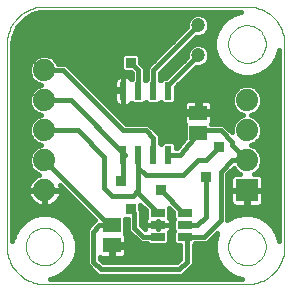
<source format=gtl>
G75*
G70*
%OFA0B0*%
%FSLAX24Y24*%
%IPPOS*%
%LPD*%
%AMOC8*
5,1,8,0,0,1.08239X$1,22.5*
%
%ADD10C,0.0000*%
%ADD11R,0.0740X0.0740*%
%ADD12C,0.0740*%
%ADD13R,0.0500X0.0250*%
%ADD14R,0.0236X0.0610*%
%ADD15C,0.0472*%
%ADD16R,0.0591X0.0512*%
%ADD17C,0.0160*%
%ADD18R,0.0356X0.0356*%
D10*
X000680Y001930D02*
X000680Y008680D01*
X000682Y008748D01*
X000687Y008815D01*
X000696Y008882D01*
X000709Y008949D01*
X000726Y009014D01*
X000745Y009079D01*
X000769Y009143D01*
X000796Y009205D01*
X000826Y009266D01*
X000859Y009324D01*
X000895Y009381D01*
X000935Y009436D01*
X000977Y009489D01*
X001023Y009540D01*
X001070Y009587D01*
X001121Y009633D01*
X001174Y009675D01*
X001229Y009715D01*
X001286Y009751D01*
X001344Y009784D01*
X001405Y009814D01*
X001467Y009841D01*
X001531Y009865D01*
X001596Y009884D01*
X001661Y009901D01*
X001728Y009914D01*
X001795Y009923D01*
X001862Y009928D01*
X001930Y009930D01*
X008680Y009930D01*
X008748Y009928D01*
X008815Y009923D01*
X008882Y009914D01*
X008949Y009901D01*
X009014Y009884D01*
X009079Y009865D01*
X009143Y009841D01*
X009205Y009814D01*
X009266Y009784D01*
X009324Y009751D01*
X009381Y009715D01*
X009436Y009675D01*
X009489Y009633D01*
X009540Y009587D01*
X009587Y009540D01*
X009633Y009489D01*
X009675Y009436D01*
X009715Y009381D01*
X009751Y009324D01*
X009784Y009266D01*
X009814Y009205D01*
X009841Y009143D01*
X009865Y009079D01*
X009884Y009014D01*
X009901Y008949D01*
X009914Y008882D01*
X009923Y008815D01*
X009928Y008748D01*
X009930Y008680D01*
X009930Y001930D01*
X009928Y001862D01*
X009923Y001795D01*
X009914Y001728D01*
X009901Y001661D01*
X009884Y001596D01*
X009865Y001531D01*
X009841Y001467D01*
X009814Y001405D01*
X009784Y001344D01*
X009751Y001286D01*
X009715Y001229D01*
X009675Y001174D01*
X009633Y001121D01*
X009587Y001070D01*
X009540Y001023D01*
X009489Y000977D01*
X009436Y000935D01*
X009381Y000895D01*
X009324Y000859D01*
X009266Y000826D01*
X009205Y000796D01*
X009143Y000769D01*
X009079Y000745D01*
X009014Y000726D01*
X008949Y000709D01*
X008882Y000696D01*
X008815Y000687D01*
X008748Y000682D01*
X008680Y000680D01*
X001930Y000680D01*
X001862Y000682D01*
X001795Y000687D01*
X001728Y000696D01*
X001661Y000709D01*
X001596Y000726D01*
X001531Y000745D01*
X001467Y000769D01*
X001405Y000796D01*
X001344Y000826D01*
X001286Y000859D01*
X001229Y000895D01*
X001174Y000935D01*
X001121Y000977D01*
X001070Y001023D01*
X001023Y001070D01*
X000977Y001121D01*
X000935Y001174D01*
X000895Y001229D01*
X000859Y001286D01*
X000826Y001344D01*
X000796Y001405D01*
X000769Y001467D01*
X000745Y001531D01*
X000726Y001596D01*
X000709Y001661D01*
X000696Y001728D01*
X000687Y001795D01*
X000682Y001862D01*
X000680Y001930D01*
X001305Y001930D02*
X001307Y001980D01*
X001313Y002029D01*
X001323Y002078D01*
X001336Y002125D01*
X001354Y002172D01*
X001375Y002217D01*
X001399Y002260D01*
X001427Y002301D01*
X001458Y002340D01*
X001492Y002376D01*
X001529Y002410D01*
X001569Y002440D01*
X001610Y002467D01*
X001654Y002491D01*
X001699Y002511D01*
X001746Y002527D01*
X001794Y002540D01*
X001843Y002549D01*
X001893Y002554D01*
X001942Y002555D01*
X001992Y002552D01*
X002041Y002545D01*
X002090Y002534D01*
X002137Y002520D01*
X002183Y002501D01*
X002228Y002479D01*
X002271Y002454D01*
X002311Y002425D01*
X002349Y002393D01*
X002385Y002359D01*
X002418Y002321D01*
X002447Y002281D01*
X002473Y002239D01*
X002496Y002195D01*
X002515Y002149D01*
X002531Y002102D01*
X002543Y002053D01*
X002551Y002004D01*
X002555Y001955D01*
X002555Y001905D01*
X002551Y001856D01*
X002543Y001807D01*
X002531Y001758D01*
X002515Y001711D01*
X002496Y001665D01*
X002473Y001621D01*
X002447Y001579D01*
X002418Y001539D01*
X002385Y001501D01*
X002349Y001467D01*
X002311Y001435D01*
X002271Y001406D01*
X002228Y001381D01*
X002183Y001359D01*
X002137Y001340D01*
X002090Y001326D01*
X002041Y001315D01*
X001992Y001308D01*
X001942Y001305D01*
X001893Y001306D01*
X001843Y001311D01*
X001794Y001320D01*
X001746Y001333D01*
X001699Y001349D01*
X001654Y001369D01*
X001610Y001393D01*
X001569Y001420D01*
X001529Y001450D01*
X001492Y001484D01*
X001458Y001520D01*
X001427Y001559D01*
X001399Y001600D01*
X001375Y001643D01*
X001354Y001688D01*
X001336Y001735D01*
X001323Y001782D01*
X001313Y001831D01*
X001307Y001880D01*
X001305Y001930D01*
X008055Y001930D02*
X008057Y001980D01*
X008063Y002029D01*
X008073Y002078D01*
X008086Y002125D01*
X008104Y002172D01*
X008125Y002217D01*
X008149Y002260D01*
X008177Y002301D01*
X008208Y002340D01*
X008242Y002376D01*
X008279Y002410D01*
X008319Y002440D01*
X008360Y002467D01*
X008404Y002491D01*
X008449Y002511D01*
X008496Y002527D01*
X008544Y002540D01*
X008593Y002549D01*
X008643Y002554D01*
X008692Y002555D01*
X008742Y002552D01*
X008791Y002545D01*
X008840Y002534D01*
X008887Y002520D01*
X008933Y002501D01*
X008978Y002479D01*
X009021Y002454D01*
X009061Y002425D01*
X009099Y002393D01*
X009135Y002359D01*
X009168Y002321D01*
X009197Y002281D01*
X009223Y002239D01*
X009246Y002195D01*
X009265Y002149D01*
X009281Y002102D01*
X009293Y002053D01*
X009301Y002004D01*
X009305Y001955D01*
X009305Y001905D01*
X009301Y001856D01*
X009293Y001807D01*
X009281Y001758D01*
X009265Y001711D01*
X009246Y001665D01*
X009223Y001621D01*
X009197Y001579D01*
X009168Y001539D01*
X009135Y001501D01*
X009099Y001467D01*
X009061Y001435D01*
X009021Y001406D01*
X008978Y001381D01*
X008933Y001359D01*
X008887Y001340D01*
X008840Y001326D01*
X008791Y001315D01*
X008742Y001308D01*
X008692Y001305D01*
X008643Y001306D01*
X008593Y001311D01*
X008544Y001320D01*
X008496Y001333D01*
X008449Y001349D01*
X008404Y001369D01*
X008360Y001393D01*
X008319Y001420D01*
X008279Y001450D01*
X008242Y001484D01*
X008208Y001520D01*
X008177Y001559D01*
X008149Y001600D01*
X008125Y001643D01*
X008104Y001688D01*
X008086Y001735D01*
X008073Y001782D01*
X008063Y001831D01*
X008057Y001880D01*
X008055Y001930D01*
X008055Y008680D02*
X008057Y008730D01*
X008063Y008779D01*
X008073Y008828D01*
X008086Y008875D01*
X008104Y008922D01*
X008125Y008967D01*
X008149Y009010D01*
X008177Y009051D01*
X008208Y009090D01*
X008242Y009126D01*
X008279Y009160D01*
X008319Y009190D01*
X008360Y009217D01*
X008404Y009241D01*
X008449Y009261D01*
X008496Y009277D01*
X008544Y009290D01*
X008593Y009299D01*
X008643Y009304D01*
X008692Y009305D01*
X008742Y009302D01*
X008791Y009295D01*
X008840Y009284D01*
X008887Y009270D01*
X008933Y009251D01*
X008978Y009229D01*
X009021Y009204D01*
X009061Y009175D01*
X009099Y009143D01*
X009135Y009109D01*
X009168Y009071D01*
X009197Y009031D01*
X009223Y008989D01*
X009246Y008945D01*
X009265Y008899D01*
X009281Y008852D01*
X009293Y008803D01*
X009301Y008754D01*
X009305Y008705D01*
X009305Y008655D01*
X009301Y008606D01*
X009293Y008557D01*
X009281Y008508D01*
X009265Y008461D01*
X009246Y008415D01*
X009223Y008371D01*
X009197Y008329D01*
X009168Y008289D01*
X009135Y008251D01*
X009099Y008217D01*
X009061Y008185D01*
X009021Y008156D01*
X008978Y008131D01*
X008933Y008109D01*
X008887Y008090D01*
X008840Y008076D01*
X008791Y008065D01*
X008742Y008058D01*
X008692Y008055D01*
X008643Y008056D01*
X008593Y008061D01*
X008544Y008070D01*
X008496Y008083D01*
X008449Y008099D01*
X008404Y008119D01*
X008360Y008143D01*
X008319Y008170D01*
X008279Y008200D01*
X008242Y008234D01*
X008208Y008270D01*
X008177Y008309D01*
X008149Y008350D01*
X008125Y008393D01*
X008104Y008438D01*
X008086Y008485D01*
X008073Y008532D01*
X008063Y008581D01*
X008057Y008630D01*
X008055Y008680D01*
D11*
X008680Y003805D03*
D12*
X008680Y004805D03*
X008680Y005805D03*
X008680Y006805D03*
X001930Y006805D03*
X001930Y007805D03*
X001930Y005805D03*
X001930Y004805D03*
X001930Y003805D03*
D13*
X005705Y003055D03*
X005705Y002655D03*
X005705Y002255D03*
X006605Y002255D03*
X006605Y002655D03*
X006605Y003055D03*
D14*
X006055Y004988D03*
X005555Y004988D03*
X005055Y004988D03*
X004555Y004988D03*
X004555Y007114D03*
X005055Y007114D03*
X005555Y007114D03*
X006055Y007114D03*
D15*
X007055Y008305D03*
X007055Y009305D03*
D16*
X007055Y006390D03*
X007055Y005720D03*
X004180Y002640D03*
X004180Y001970D03*
D17*
X004228Y001948D02*
X006460Y001948D01*
X006460Y001990D02*
X006460Y001521D01*
X006339Y001400D01*
X003896Y001400D01*
X003775Y001521D01*
X003775Y001570D01*
X003815Y001547D01*
X003861Y001534D01*
X004132Y001534D01*
X004132Y001922D01*
X004228Y001922D01*
X004228Y001534D01*
X004499Y001534D01*
X004545Y001547D01*
X004586Y001570D01*
X004619Y001604D01*
X004643Y001645D01*
X004655Y001691D01*
X004655Y001922D01*
X004228Y001922D01*
X004228Y002018D01*
X004655Y002018D01*
X004655Y002250D01*
X004643Y002296D01*
X004619Y002337D01*
X004615Y002341D01*
X004615Y002862D01*
X004710Y002862D01*
X004710Y002464D01*
X005139Y002035D01*
X005352Y002035D01*
X005397Y001990D01*
X006013Y001990D01*
X006095Y002072D01*
X006095Y002415D01*
X006099Y002419D01*
X006123Y002461D01*
X006135Y002506D01*
X006135Y002655D01*
X006135Y002804D01*
X006123Y002849D01*
X006099Y002891D01*
X006095Y002895D01*
X006095Y003204D01*
X006215Y003084D01*
X006215Y002872D01*
X006232Y002855D01*
X006215Y002838D01*
X006215Y002472D01*
X006232Y002455D01*
X006215Y002438D01*
X006215Y002072D01*
X006297Y001990D01*
X006460Y001990D01*
X006460Y001790D02*
X004655Y001790D01*
X004635Y001631D02*
X006460Y001631D01*
X006411Y001473D02*
X003824Y001473D01*
X003555Y001430D02*
X003805Y001180D01*
X006430Y001180D01*
X006680Y001430D01*
X006680Y002180D01*
X006605Y002255D01*
X007255Y002255D01*
X007805Y002805D01*
X007805Y004430D01*
X008180Y004805D01*
X008680Y004805D01*
X008180Y005305D01*
X008180Y005430D01*
X007805Y005805D01*
X007140Y005805D01*
X007055Y005720D01*
X006970Y005595D01*
X007055Y005680D01*
X007055Y005720D02*
X006448Y004988D01*
X006055Y004988D01*
X006313Y005208D02*
X006313Y005351D01*
X006231Y005433D01*
X005879Y005433D01*
X005805Y005359D01*
X005775Y005389D01*
X005775Y005646D01*
X005646Y005775D01*
X005396Y006025D01*
X005214Y006025D01*
X004646Y006025D01*
X002646Y008025D01*
X002391Y008025D01*
X002362Y008094D01*
X002219Y008237D01*
X002031Y008315D01*
X001829Y008315D01*
X001641Y008237D01*
X001498Y008094D01*
X001420Y007906D01*
X001420Y007704D01*
X001498Y007516D01*
X001641Y007373D01*
X001804Y007305D01*
X001641Y007237D01*
X001498Y007094D01*
X001420Y006906D01*
X001420Y006704D01*
X001498Y006516D01*
X001641Y006373D01*
X001804Y006305D01*
X001641Y006237D01*
X001498Y006094D01*
X001420Y005906D01*
X001420Y005704D01*
X001498Y005516D01*
X001641Y005373D01*
X001804Y005305D01*
X001641Y005237D01*
X001498Y005094D01*
X001420Y004906D01*
X001420Y004704D01*
X001498Y004516D01*
X001641Y004373D01*
X001754Y004326D01*
X001719Y004315D01*
X001642Y004275D01*
X001572Y004225D01*
X001510Y004163D01*
X001460Y004093D01*
X001420Y004016D01*
X001394Y003934D01*
X001380Y003848D01*
X001380Y003825D01*
X001910Y003825D01*
X001910Y003785D01*
X001950Y003785D01*
X001950Y003825D01*
X002480Y003825D01*
X002480Y003848D01*
X002466Y003934D01*
X002455Y003969D01*
X003619Y002805D01*
X003464Y002650D01*
X003335Y002521D01*
X003335Y001339D01*
X003585Y001089D01*
X003714Y000960D01*
X006521Y000960D01*
X006771Y001210D01*
X006900Y001339D01*
X006900Y001990D01*
X006913Y001990D01*
X006958Y002035D01*
X007346Y002035D01*
X007695Y002384D01*
X007674Y002347D01*
X007600Y002072D01*
X007600Y001788D01*
X007674Y001513D01*
X007816Y001267D01*
X008017Y001066D01*
X008263Y000924D01*
X008500Y000860D01*
X002109Y000860D01*
X002347Y000924D01*
X002593Y001066D01*
X002794Y001267D01*
X002936Y001513D01*
X003010Y001788D01*
X003010Y002072D01*
X002936Y002347D01*
X002794Y002593D01*
X002593Y002794D01*
X002347Y002936D01*
X002072Y003010D01*
X001788Y003010D01*
X001513Y002936D01*
X001267Y002794D01*
X001066Y002593D01*
X000924Y002347D01*
X000860Y002109D01*
X000860Y008680D01*
X000869Y008820D01*
X000941Y009089D01*
X001081Y009331D01*
X001279Y009529D01*
X001521Y009669D01*
X001790Y009741D01*
X001930Y009750D01*
X008470Y009750D01*
X008260Y009694D01*
X008012Y009550D01*
X007810Y009348D01*
X007666Y009100D01*
X007592Y008823D01*
X007592Y008537D01*
X007666Y008260D01*
X007810Y008012D01*
X008012Y007810D01*
X008260Y007666D01*
X008537Y007592D01*
X008823Y007592D01*
X009100Y007666D01*
X009348Y007810D01*
X009550Y008012D01*
X009694Y008260D01*
X009750Y008470D01*
X009750Y002109D01*
X009686Y002347D01*
X009544Y002593D01*
X009343Y002794D01*
X009097Y002936D01*
X008822Y003010D01*
X008538Y003010D01*
X008263Y002936D01*
X008025Y002799D01*
X008025Y004339D01*
X008234Y004548D01*
X008248Y004516D01*
X008391Y004373D01*
X008434Y004355D01*
X008286Y004355D01*
X008241Y004343D01*
X008199Y004319D01*
X008166Y004286D01*
X008142Y004244D01*
X008130Y004199D01*
X008130Y003825D01*
X008660Y003825D01*
X008660Y003785D01*
X008700Y003785D01*
X008700Y003825D01*
X009230Y003825D01*
X009230Y004199D01*
X009218Y004244D01*
X009194Y004286D01*
X009161Y004319D01*
X009119Y004343D01*
X009074Y004355D01*
X008926Y004355D01*
X008969Y004373D01*
X009112Y004516D01*
X009190Y004704D01*
X009190Y004906D01*
X009112Y005094D01*
X008969Y005237D01*
X008806Y005305D01*
X008969Y005373D01*
X009112Y005516D01*
X009190Y005704D01*
X009190Y005906D01*
X009112Y006094D01*
X008969Y006237D01*
X008806Y006305D01*
X008969Y006373D01*
X009112Y006516D01*
X009190Y006704D01*
X009190Y006906D01*
X009112Y007094D01*
X008969Y007237D01*
X008781Y007315D01*
X008579Y007315D01*
X008391Y007237D01*
X008248Y007094D01*
X008170Y006906D01*
X008170Y006704D01*
X008248Y006516D01*
X008391Y006373D01*
X008554Y006305D01*
X008391Y006237D01*
X008248Y006094D01*
X008170Y005906D01*
X008170Y005751D01*
X008025Y005896D01*
X007896Y006025D01*
X007495Y006025D01*
X007518Y006064D01*
X007530Y006110D01*
X007530Y006342D01*
X007103Y006342D01*
X007103Y006438D01*
X007007Y006438D01*
X007007Y006826D01*
X006736Y006826D01*
X006690Y006813D01*
X006649Y006790D01*
X006616Y006756D01*
X006592Y006715D01*
X006580Y006669D01*
X006580Y006438D01*
X007007Y006438D01*
X007007Y006342D01*
X006580Y006342D01*
X006580Y006110D01*
X006592Y006064D01*
X006616Y006023D01*
X006620Y006019D01*
X006620Y005540D01*
X006344Y005208D01*
X006313Y005208D01*
X006313Y005277D02*
X006401Y005277D01*
X006533Y005435D02*
X005775Y005435D01*
X005775Y005594D02*
X006620Y005594D01*
X006620Y005752D02*
X005669Y005752D01*
X005511Y005911D02*
X006620Y005911D01*
X006591Y006069D02*
X004602Y006069D01*
X004444Y006228D02*
X006580Y006228D01*
X006580Y006545D02*
X004127Y006545D01*
X003968Y006703D02*
X004290Y006703D01*
X004293Y006698D02*
X004326Y006665D01*
X004367Y006641D01*
X004413Y006629D01*
X004555Y006629D01*
X004697Y006629D01*
X004743Y006641D01*
X004784Y006665D01*
X004817Y006698D01*
X004829Y006719D01*
X004879Y006669D01*
X005231Y006669D01*
X005305Y006743D01*
X005379Y006669D01*
X005731Y006669D01*
X005805Y006743D01*
X005879Y006669D01*
X006231Y006669D01*
X006313Y006751D01*
X006313Y007252D01*
X006990Y007929D01*
X007130Y007929D01*
X007268Y007986D01*
X007374Y008092D01*
X007431Y008230D01*
X007431Y008380D01*
X007374Y008518D01*
X007268Y008624D01*
X007130Y008681D01*
X006980Y008681D01*
X006842Y008624D01*
X006736Y008518D01*
X006679Y008380D01*
X006679Y008240D01*
X005998Y007559D01*
X005879Y007559D01*
X005805Y007485D01*
X005775Y007515D01*
X005775Y007714D01*
X006990Y008929D01*
X007130Y008929D01*
X007268Y008986D01*
X007374Y009092D01*
X007431Y009230D01*
X007431Y009380D01*
X007374Y009518D01*
X007268Y009624D01*
X007130Y009681D01*
X006980Y009681D01*
X006842Y009624D01*
X006736Y009518D01*
X006679Y009380D01*
X006679Y009240D01*
X005464Y008025D01*
X005335Y007896D01*
X005335Y007515D01*
X005305Y007485D01*
X005275Y007515D01*
X005275Y007896D01*
X005123Y008048D01*
X005123Y008291D01*
X005041Y008373D01*
X004569Y008373D01*
X004487Y008291D01*
X004487Y007819D01*
X004569Y007737D01*
X004812Y007737D01*
X004835Y007714D01*
X004835Y007515D01*
X004829Y007509D01*
X004817Y007530D01*
X004784Y007563D01*
X004743Y007587D01*
X004697Y007599D01*
X004555Y007599D01*
X004413Y007599D01*
X004367Y007587D01*
X004326Y007563D01*
X004293Y007530D01*
X004269Y007489D01*
X004257Y007443D01*
X004257Y007114D01*
X004257Y006785D01*
X004269Y006739D01*
X004293Y006698D01*
X004257Y006862D02*
X003810Y006862D01*
X003651Y007020D02*
X004257Y007020D01*
X004257Y007114D02*
X004555Y007114D01*
X004555Y006629D01*
X004555Y007114D01*
X004555Y007114D01*
X004555Y007114D01*
X004496Y007180D01*
X003930Y007180D01*
X004257Y007179D02*
X003493Y007179D01*
X003334Y007337D02*
X004257Y007337D01*
X004273Y007496D02*
X003176Y007496D01*
X003017Y007654D02*
X004835Y007654D01*
X005055Y007805D02*
X004805Y008055D01*
X005055Y007805D02*
X005055Y007114D01*
X005295Y007496D02*
X005315Y007496D01*
X005335Y007654D02*
X005275Y007654D01*
X005275Y007813D02*
X005335Y007813D01*
X005410Y007971D02*
X005200Y007971D01*
X005123Y008130D02*
X005568Y008130D01*
X005727Y008288D02*
X005123Y008288D01*
X005555Y007805D02*
X005555Y007114D01*
X005795Y007496D02*
X005815Y007496D01*
X005775Y007654D02*
X006093Y007654D01*
X006251Y007813D02*
X005874Y007813D01*
X006032Y007971D02*
X006410Y007971D01*
X006568Y008130D02*
X006191Y008130D01*
X006349Y008288D02*
X006679Y008288D01*
X006706Y008447D02*
X006508Y008447D01*
X006666Y008605D02*
X006823Y008605D01*
X006825Y008764D02*
X007592Y008764D01*
X007592Y008605D02*
X007287Y008605D01*
X007404Y008447D02*
X007616Y008447D01*
X007659Y008288D02*
X007431Y008288D01*
X007390Y008130D02*
X007742Y008130D01*
X007851Y007971D02*
X007232Y007971D01*
X007055Y008305D02*
X006055Y007305D01*
X006055Y007114D01*
X006313Y007179D02*
X008332Y007179D01*
X008217Y007020D02*
X006313Y007020D01*
X006313Y006862D02*
X008170Y006862D01*
X008170Y006703D02*
X007521Y006703D01*
X007518Y006715D02*
X007494Y006756D01*
X007461Y006790D01*
X007420Y006813D01*
X007374Y006826D01*
X007103Y006826D01*
X007103Y006438D01*
X007530Y006438D01*
X007530Y006669D01*
X007518Y006715D01*
X007530Y006545D02*
X008236Y006545D01*
X008378Y006386D02*
X007103Y006386D01*
X007055Y006390D02*
X007055Y007305D01*
X006715Y007654D02*
X008306Y007654D01*
X008009Y007813D02*
X006874Y007813D01*
X006557Y007496D02*
X009750Y007496D01*
X009750Y007337D02*
X006398Y007337D01*
X006265Y006703D02*
X006589Y006703D01*
X007007Y006703D02*
X007103Y006703D01*
X007103Y006545D02*
X007007Y006545D01*
X007007Y006386D02*
X004285Y006386D01*
X004555Y006680D02*
X004555Y007114D01*
X004257Y007114D01*
X004555Y007114D02*
X004555Y007599D01*
X004555Y007114D01*
X004555Y007114D01*
X004555Y007179D02*
X004555Y007179D01*
X004555Y007020D02*
X004555Y007020D01*
X004555Y006862D02*
X004555Y006862D01*
X004555Y006703D02*
X004555Y006703D01*
X004555Y006680D02*
X004845Y006390D01*
X007055Y006390D01*
X007530Y006228D02*
X008381Y006228D01*
X008237Y006069D02*
X007519Y006069D01*
X008011Y005911D02*
X008172Y005911D01*
X008169Y005752D02*
X008170Y005752D01*
X007743Y005243D02*
X007305Y004805D01*
X007055Y004805D01*
X006555Y004305D01*
X005305Y004305D01*
X005055Y004555D01*
X005055Y004988D01*
X004622Y004988D02*
X004555Y004988D01*
X004555Y004243D01*
X004493Y004118D01*
X004180Y003618D02*
X004868Y003618D01*
X005055Y003805D01*
X005055Y003705D01*
X005705Y003055D01*
X005705Y002790D02*
X005705Y002655D01*
X006135Y002655D01*
X005705Y002655D01*
X005705Y002655D01*
X005705Y002655D01*
X005705Y002790D01*
X005705Y002790D01*
X005705Y002741D02*
X005705Y002741D01*
X005705Y002655D02*
X005705Y002655D01*
X005275Y002655D01*
X005275Y002804D01*
X005287Y002849D01*
X005311Y002891D01*
X005315Y002895D01*
X005315Y003134D01*
X005123Y003326D01*
X005123Y003173D01*
X005150Y003146D01*
X005150Y002964D01*
X005150Y002646D01*
X005275Y002521D01*
X005275Y002655D01*
X005705Y002655D01*
X005705Y002520D01*
X005705Y002520D01*
X005705Y002655D01*
X005705Y002655D01*
X005705Y002582D02*
X005705Y002582D01*
X005705Y002255D02*
X005230Y002255D01*
X004930Y002555D01*
X004930Y003055D01*
X004805Y003180D01*
X005123Y003216D02*
X005233Y003216D01*
X005150Y003058D02*
X005315Y003058D01*
X005315Y002899D02*
X005150Y002899D01*
X005150Y002741D02*
X005275Y002741D01*
X005275Y002582D02*
X005214Y002582D01*
X004909Y002265D02*
X004651Y002265D01*
X004615Y002424D02*
X004750Y002424D01*
X004710Y002582D02*
X004615Y002582D01*
X004615Y002741D02*
X004710Y002741D01*
X004180Y002640D02*
X003765Y002640D01*
X003555Y002430D01*
X003555Y001430D01*
X003335Y001473D02*
X002913Y001473D01*
X002821Y001314D02*
X003360Y001314D01*
X003518Y001156D02*
X002683Y001156D01*
X002474Y000997D02*
X003677Y000997D01*
X003335Y001631D02*
X002968Y001631D01*
X003010Y001790D02*
X003335Y001790D01*
X003335Y001948D02*
X003010Y001948D01*
X003001Y002107D02*
X003335Y002107D01*
X003335Y002265D02*
X002958Y002265D01*
X002892Y002424D02*
X003335Y002424D01*
X003396Y002582D02*
X002801Y002582D01*
X002647Y002741D02*
X003554Y002741D01*
X003525Y002899D02*
X002412Y002899D01*
X002141Y003295D02*
X002059Y003269D01*
X001973Y003255D01*
X001950Y003255D01*
X001950Y003785D01*
X002480Y003785D01*
X002480Y003762D01*
X002466Y003676D01*
X002440Y003594D01*
X002400Y003517D01*
X002350Y003447D01*
X002288Y003385D01*
X002218Y003335D01*
X002141Y003295D01*
X002273Y003375D02*
X003049Y003375D01*
X002891Y003533D02*
X002409Y003533D01*
X002469Y003692D02*
X002732Y003692D01*
X002574Y003850D02*
X002480Y003850D01*
X001950Y003692D02*
X001910Y003692D01*
X001910Y003785D02*
X001910Y003255D01*
X001887Y003255D01*
X001801Y003269D01*
X001719Y003295D01*
X001642Y003335D01*
X001572Y003385D01*
X001510Y003447D01*
X001460Y003517D01*
X001420Y003594D01*
X001394Y003676D01*
X001380Y003762D01*
X001380Y003785D01*
X001910Y003785D01*
X001910Y003533D02*
X001950Y003533D01*
X001950Y003375D02*
X001910Y003375D01*
X001587Y003375D02*
X000860Y003375D01*
X000860Y003216D02*
X003208Y003216D01*
X003366Y003058D02*
X000860Y003058D01*
X000860Y002899D02*
X001448Y002899D01*
X001213Y002741D02*
X000860Y002741D01*
X000860Y002582D02*
X001059Y002582D01*
X000968Y002424D02*
X000860Y002424D01*
X000860Y002265D02*
X000902Y002265D01*
X000860Y003533D02*
X001451Y003533D01*
X001391Y003692D02*
X000860Y003692D01*
X000860Y003850D02*
X001380Y003850D01*
X001418Y004009D02*
X000860Y004009D01*
X000860Y004167D02*
X001514Y004167D01*
X001752Y004326D02*
X000860Y004326D01*
X000860Y004484D02*
X001530Y004484D01*
X001445Y004643D02*
X000860Y004643D01*
X000860Y004801D02*
X001420Y004801D01*
X001442Y004960D02*
X000860Y004960D01*
X000860Y005118D02*
X001522Y005118D01*
X001736Y005277D02*
X000860Y005277D01*
X000860Y005435D02*
X001579Y005435D01*
X001466Y005594D02*
X000860Y005594D01*
X000860Y005752D02*
X001420Y005752D01*
X001422Y005911D02*
X000860Y005911D01*
X000860Y006069D02*
X001487Y006069D01*
X001631Y006228D02*
X000860Y006228D01*
X000860Y006386D02*
X001628Y006386D01*
X001486Y006545D02*
X000860Y006545D01*
X000860Y006703D02*
X001420Y006703D01*
X001420Y006862D02*
X000860Y006862D01*
X000860Y007020D02*
X001467Y007020D01*
X001582Y007179D02*
X000860Y007179D01*
X000860Y007337D02*
X001727Y007337D01*
X001518Y007496D02*
X000860Y007496D01*
X000860Y007654D02*
X001441Y007654D01*
X001420Y007813D02*
X000860Y007813D01*
X000860Y007971D02*
X001447Y007971D01*
X001533Y008130D02*
X000860Y008130D01*
X000860Y008288D02*
X001763Y008288D01*
X002097Y008288D02*
X004487Y008288D01*
X004487Y008130D02*
X002327Y008130D01*
X002555Y007805D02*
X001930Y007805D01*
X002555Y007805D02*
X004555Y005805D01*
X005305Y005805D01*
X005555Y005555D01*
X005555Y005055D01*
X005555Y004988D01*
X005055Y004555D02*
X005055Y003805D01*
X005805Y003805D02*
X006555Y003055D01*
X006605Y003055D01*
X006605Y002655D02*
X007030Y002655D01*
X007305Y002930D01*
X007305Y004243D01*
X008025Y004167D02*
X008130Y004167D01*
X008211Y004326D02*
X008025Y004326D01*
X008170Y004484D02*
X008280Y004484D01*
X008130Y004009D02*
X008025Y004009D01*
X008025Y003850D02*
X008130Y003850D01*
X008130Y003785D02*
X008130Y003411D01*
X008142Y003366D01*
X008166Y003324D01*
X008199Y003291D01*
X008241Y003267D01*
X008286Y003255D01*
X008660Y003255D01*
X008660Y003785D01*
X008130Y003785D01*
X008130Y003692D02*
X008025Y003692D01*
X008025Y003533D02*
X008130Y003533D01*
X008140Y003375D02*
X008025Y003375D01*
X008025Y003216D02*
X009750Y003216D01*
X009750Y003375D02*
X009220Y003375D01*
X009218Y003366D02*
X009230Y003411D01*
X009230Y003785D01*
X008700Y003785D01*
X008700Y003255D01*
X009074Y003255D01*
X009119Y003267D01*
X009161Y003291D01*
X009194Y003324D01*
X009218Y003366D01*
X009230Y003533D02*
X009750Y003533D01*
X009750Y003692D02*
X009230Y003692D01*
X009230Y003850D02*
X009750Y003850D01*
X009750Y004009D02*
X009230Y004009D01*
X009230Y004167D02*
X009750Y004167D01*
X009750Y004326D02*
X009149Y004326D01*
X009080Y004484D02*
X009750Y004484D01*
X009750Y004643D02*
X009165Y004643D01*
X009190Y004801D02*
X009750Y004801D01*
X009750Y004960D02*
X009168Y004960D01*
X009088Y005118D02*
X009750Y005118D01*
X009750Y005277D02*
X008874Y005277D01*
X009031Y005435D02*
X009750Y005435D01*
X009750Y005594D02*
X009144Y005594D01*
X009190Y005752D02*
X009750Y005752D01*
X009750Y005911D02*
X009188Y005911D01*
X009123Y006069D02*
X009750Y006069D01*
X009750Y006228D02*
X008979Y006228D01*
X008982Y006386D02*
X009750Y006386D01*
X009750Y006545D02*
X009124Y006545D01*
X009190Y006703D02*
X009750Y006703D01*
X009750Y006862D02*
X009190Y006862D01*
X009143Y007020D02*
X009750Y007020D01*
X009750Y007179D02*
X009028Y007179D01*
X009054Y007654D02*
X009750Y007654D01*
X009750Y007813D02*
X009351Y007813D01*
X009509Y007971D02*
X009750Y007971D01*
X009750Y008130D02*
X009618Y008130D01*
X009701Y008288D02*
X009750Y008288D01*
X009744Y008447D02*
X009750Y008447D01*
X008338Y009715D02*
X001692Y009715D01*
X001326Y009556D02*
X006774Y009556D01*
X006686Y009398D02*
X001147Y009398D01*
X001028Y009239D02*
X006678Y009239D01*
X006519Y009081D02*
X000939Y009081D01*
X000897Y008922D02*
X006361Y008922D01*
X006202Y008764D02*
X000865Y008764D01*
X000860Y008605D02*
X006044Y008605D01*
X005885Y008447D02*
X000860Y008447D01*
X001930Y006805D02*
X002805Y006805D01*
X004622Y004988D01*
X003930Y004930D02*
X003055Y005805D01*
X001930Y005805D01*
X001930Y004805D02*
X004095Y002640D01*
X004180Y002640D01*
X004655Y002107D02*
X005067Y002107D01*
X004228Y001790D02*
X004132Y001790D01*
X004132Y001631D02*
X004228Y001631D01*
X006095Y002107D02*
X006215Y002107D01*
X006215Y002265D02*
X006095Y002265D01*
X006101Y002424D02*
X006215Y002424D01*
X006215Y002582D02*
X006135Y002582D01*
X006135Y002741D02*
X006215Y002741D01*
X006215Y002899D02*
X006095Y002899D01*
X006095Y003058D02*
X006215Y003058D01*
X006900Y001948D02*
X007600Y001948D01*
X007609Y002107D02*
X007418Y002107D01*
X007576Y002265D02*
X007652Y002265D01*
X007600Y001790D02*
X006900Y001790D01*
X006900Y001631D02*
X007642Y001631D01*
X007697Y001473D02*
X006900Y001473D01*
X006875Y001314D02*
X007789Y001314D01*
X007927Y001156D02*
X006717Y001156D01*
X006558Y000997D02*
X008136Y000997D01*
X009642Y002424D02*
X009750Y002424D01*
X009750Y002265D02*
X009708Y002265D01*
X009750Y002582D02*
X009551Y002582D01*
X009397Y002741D02*
X009750Y002741D01*
X009750Y002899D02*
X009162Y002899D01*
X009750Y003058D02*
X008025Y003058D01*
X008025Y002899D02*
X008198Y002899D01*
X008660Y003375D02*
X008700Y003375D01*
X008700Y003533D02*
X008660Y003533D01*
X008660Y003692D02*
X008700Y003692D01*
X005845Y006703D02*
X005765Y006703D01*
X005345Y006703D02*
X005265Y006703D01*
X004845Y006703D02*
X004820Y006703D01*
X004555Y007337D02*
X004555Y007337D01*
X004555Y007496D02*
X004555Y007496D01*
X004493Y007813D02*
X002859Y007813D01*
X002700Y007971D02*
X004487Y007971D01*
X005555Y007805D02*
X007055Y009305D01*
X007336Y009556D02*
X008022Y009556D01*
X007859Y009398D02*
X007424Y009398D01*
X007431Y009239D02*
X007747Y009239D01*
X007661Y009081D02*
X007363Y009081D01*
X007619Y008922D02*
X006983Y008922D01*
X003930Y004930D02*
X003930Y003868D01*
X004180Y003618D01*
D18*
X004493Y004118D03*
X004805Y003180D03*
X005805Y003805D03*
X007305Y004243D03*
X007743Y005243D03*
X007055Y007305D03*
X004805Y008055D03*
X003930Y007180D03*
X001930Y008805D03*
X005555Y001618D03*
M02*

</source>
